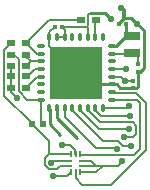
<source format=gtl>
%FSLAX24Y24*%
%MOIN*%
G70*
G01*
G75*
G04 Layer_Physical_Order=1*
G04 Layer_Color=255*
%ADD10R,0.0250X0.0200*%
%ADD11R,0.0118X0.0118*%
%ADD12R,0.0118X0.0118*%
%ADD13R,0.0236X0.0197*%
%ADD14R,0.0551X0.0295*%
%ADD15R,0.0089X0.0222*%
%ADD16R,0.0222X0.0089*%
%ADD17R,0.1732X0.1732*%
%ADD18O,0.0315X0.0138*%
%ADD19O,0.0138X0.0315*%
%ADD20C,0.0060*%
%ADD21C,0.0100*%
%ADD22C,0.0120*%
%ADD23C,0.0230*%
D10*
X33769Y33691D02*
D03*
X33269D02*
D03*
Y32585D02*
D03*
X33769D02*
D03*
X33252Y32187D02*
D03*
X33752D02*
D03*
X33252Y33285D02*
D03*
X33752D02*
D03*
X35580Y34440D02*
D03*
X36080D02*
D03*
X33752Y32913D02*
D03*
X33252D02*
D03*
D11*
X34717Y34222D02*
D03*
X34953D02*
D03*
X36848Y34312D02*
D03*
X37084D02*
D03*
D12*
X37313Y32181D02*
D03*
Y32417D02*
D03*
X37482Y32968D02*
D03*
Y32731D02*
D03*
D13*
X33938Y30990D02*
D03*
X34332D02*
D03*
D14*
X37287Y33336D02*
D03*
Y33907D02*
D03*
D15*
X35250Y29975D02*
D03*
X35407D02*
D03*
X35565D02*
D03*
Y29370D02*
D03*
X35407D02*
D03*
X35250D02*
D03*
D16*
X35631Y29752D02*
D03*
Y29594D02*
D03*
X35183D02*
D03*
Y29752D02*
D03*
D17*
X35426Y32689D02*
D03*
D18*
X34245Y31793D02*
D03*
Y32049D02*
D03*
Y32305D02*
D03*
Y32561D02*
D03*
Y32816D02*
D03*
Y33072D02*
D03*
Y33328D02*
D03*
Y33584D02*
D03*
X36607D02*
D03*
Y33328D02*
D03*
Y33072D02*
D03*
Y32816D02*
D03*
Y32561D02*
D03*
Y32305D02*
D03*
Y32049D02*
D03*
Y31793D02*
D03*
D19*
X34530Y33870D02*
D03*
X34786D02*
D03*
X35042D02*
D03*
X35298D02*
D03*
X35554D02*
D03*
X35810D02*
D03*
X36066D02*
D03*
X36322D02*
D03*
Y31507D02*
D03*
X36066D02*
D03*
X35810D02*
D03*
X35554D02*
D03*
X35298D02*
D03*
X35042D02*
D03*
X34786D02*
D03*
X34530D02*
D03*
D20*
X34510Y29494D02*
X34800D01*
X34389Y29860D02*
X34504Y29975D01*
X34389Y29615D02*
X34510Y29494D01*
X34389Y29615D02*
Y29860D01*
X36812Y29594D02*
X36946Y29727D01*
X33252Y32187D02*
Y32913D01*
X34643Y29740D02*
X34655Y29752D01*
X37738Y30127D02*
Y31698D01*
X36576Y28965D02*
X37738Y30127D01*
X35631Y28965D02*
X36576D01*
X35407Y29189D02*
X35631Y28965D01*
X35426Y32689D02*
X35810Y32305D01*
X34530Y33584D02*
X35426Y32689D01*
X34530Y33584D02*
Y33870D01*
Y34036D01*
X34717Y34222D01*
X33252Y32044D02*
X33442Y31854D01*
X33252Y32044D02*
Y32187D01*
X33794Y31793D02*
X34245D01*
X33510Y32076D02*
Y33138D01*
Y32076D02*
X33794Y31793D01*
X34786Y33870D02*
X35042D01*
X35770Y34222D02*
X35810Y34182D01*
Y33870D02*
Y34182D01*
X35830Y34605D02*
X35896Y34670D01*
X35830Y34283D02*
Y34605D01*
X35770Y34222D02*
X35830Y34283D01*
X34953Y34222D02*
X35770D01*
X33769Y33691D02*
X34517Y34440D01*
X35580D01*
X36066Y34425D02*
X36080Y34440D01*
X36066Y33870D02*
Y34425D01*
X34953Y34222D02*
X35042Y34133D01*
Y33870D02*
Y34133D01*
X37482Y32968D02*
Y33299D01*
X37453Y33328D02*
X37482Y33299D01*
X36607Y33328D02*
X37453D01*
X37045Y32426D02*
X37304D01*
X36607Y32561D02*
X36910D01*
X37045Y32426D01*
X36813Y30427D02*
X37000Y30240D01*
X36321Y30427D02*
X36813D01*
X37000Y30240D02*
X37239D01*
X37336Y29945D02*
X37549Y30158D01*
X35565Y29975D02*
X35595Y29945D01*
X37336D01*
X35298Y31450D02*
X36321Y30427D01*
X35298Y31450D02*
Y31507D01*
X34504Y29975D02*
Y30424D01*
X33938Y30990D02*
X34504Y30424D01*
X34245Y31076D02*
X34332Y30990D01*
X34245Y31076D02*
Y31793D01*
X33938Y30990D02*
Y31025D01*
X33035Y31928D02*
Y33457D01*
Y31928D02*
X33938Y31025D01*
X34504Y29975D02*
X35250D01*
X34800Y29494D02*
X34893Y29586D01*
X35176D01*
X35183Y29594D01*
X34655Y29752D02*
X35183D01*
X34970Y30280D02*
X35228D01*
X35384Y30124D01*
Y29999D02*
Y30124D01*
Y29999D02*
X35407Y29975D01*
X34659Y29235D02*
X35115D01*
X35250Y29370D01*
X36308Y29594D02*
X36812D01*
X36079D02*
X36308D01*
X36085Y29370D02*
X36308Y29594D01*
X35565Y29370D02*
X36085D01*
X35921Y29752D02*
X36079Y29594D01*
X35631D02*
X36079D01*
X35631Y29752D02*
X35921D01*
X35407Y29189D02*
Y29370D01*
X37549Y30158D02*
Y30592D01*
X36083Y30169D02*
X36835D01*
X35042Y31210D02*
X36083Y30169D01*
X35042Y31210D02*
Y31507D01*
X37405Y32032D02*
X37738Y31698D01*
X36624Y32032D02*
X37405D01*
X36607Y32049D02*
X36624Y32032D01*
X37554Y30597D02*
Y31684D01*
X37445Y31793D02*
X37554Y31684D01*
X37549Y30592D02*
X37554Y30597D01*
X37010Y30535D02*
X37322D01*
X37434Y30647D01*
Y30930D01*
X37327Y31037D02*
X37434Y30930D01*
X36223Y31037D02*
X37327D01*
X35810Y31450D02*
X36223Y31037D01*
X35810Y31450D02*
Y31507D01*
X36064Y30940D02*
X36176Y30828D01*
X37185D01*
X37070Y32816D02*
X37073Y32814D01*
X36607Y32816D02*
X37070D01*
X37202Y31260D02*
X37213Y31249D01*
X36607Y31793D02*
X37445D01*
X35554Y31450D02*
X36064Y30940D01*
X35554Y31450D02*
Y31507D01*
X36256Y31260D02*
X37202D01*
X36066Y31450D02*
X36256Y31260D01*
X36066Y31450D02*
Y31507D01*
X37104D02*
X37181Y31584D01*
X36322Y31507D02*
X37104D01*
X37150Y31615D02*
X37181Y31584D01*
X33752Y32187D02*
X34125Y32561D01*
X34245D01*
X33769Y32585D02*
X33828D01*
X34060Y32816D01*
X34245D01*
X33752Y32913D02*
X33911Y33072D01*
X33752Y33232D02*
X33911Y33072D01*
X34245D01*
X33769Y33691D02*
X34132Y33328D01*
X34245D01*
X33035Y33457D02*
X33269Y33691D01*
X33363Y33285D02*
X33510Y33138D01*
X33252Y33285D02*
X33363D01*
D21*
X37266Y34511D02*
X37469Y34307D01*
X37673Y34104D01*
X36848Y34312D02*
Y34350D01*
X37009Y34511D01*
X37266D01*
X37673Y32859D02*
Y34104D01*
X37544Y32731D02*
X37673Y32859D01*
X37482Y32731D02*
X37544D01*
X37482Y32231D02*
Y32731D01*
X37432Y32181D02*
X37482Y32231D01*
X37313Y32181D02*
X37432D01*
X36894D02*
X37313D01*
X36770Y32305D02*
X36894Y32181D01*
X36607Y32305D02*
X36770D01*
X35810D02*
X36607D01*
X35896Y34670D02*
X36390D01*
X36570Y34490D01*
X34560Y30971D02*
X34900Y30631D01*
X34560Y30971D02*
Y31478D01*
X34530Y31507D02*
X34560Y31478D01*
X34786Y31172D02*
X35446Y30512D01*
X34786Y31172D02*
Y31507D01*
X37084Y33909D02*
X37086Y33907D01*
X37084Y33909D02*
Y34312D01*
X37086Y33907D02*
X37287D01*
X36763Y33584D02*
X37086Y33907D01*
X36607Y33584D02*
X36763D01*
D22*
X37009Y34511D02*
Y34790D01*
X36934Y34865D02*
X37009Y34790D01*
D23*
X34594Y29700D02*
D03*
X36934Y34865D02*
D03*
X37469Y34307D02*
D03*
X36570Y34490D02*
D03*
X33442Y31854D02*
D03*
X37045Y32426D02*
D03*
X36800Y30150D02*
D03*
X37010Y30535D02*
D03*
X37239Y30240D02*
D03*
X34653Y29242D02*
D03*
X34963Y30286D02*
D03*
X36939Y29734D02*
D03*
X37185Y30828D02*
D03*
X37213Y31249D02*
D03*
X37181Y31584D02*
D03*
X37073Y32814D02*
D03*
M02*

</source>
